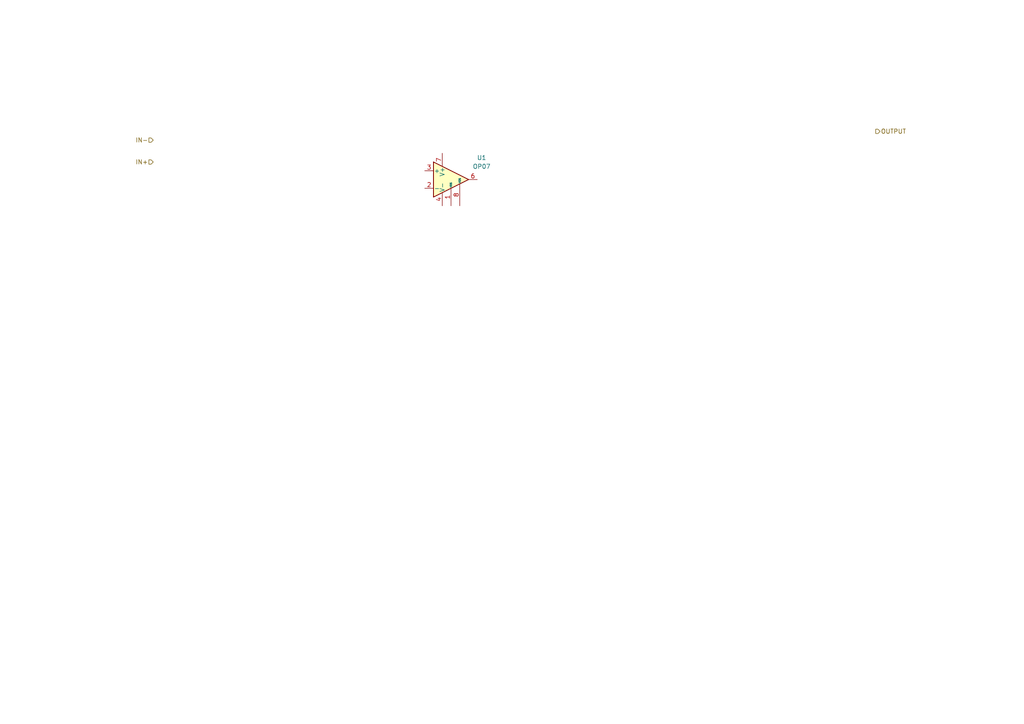
<source format=kicad_sch>
(kicad_sch
	(version 20231120)
	(generator "eeschema")
	(generator_version "8.0")
	(uuid "36d7c41e-fd27-48ff-b4c9-66813c58c8a3")
	(paper "A4")
	(lib_symbols
		(symbol "Amplifier_Operational:OP07"
			(pin_names
				(offset 0.127)
			)
			(exclude_from_sim no)
			(in_bom yes)
			(on_board yes)
			(property "Reference" "U"
				(at 1.27 6.35 0)
				(effects
					(font
						(size 1.27 1.27)
					)
					(justify left)
				)
			)
			(property "Value" "OP07"
				(at 1.27 3.81 0)
				(effects
					(font
						(size 1.27 1.27)
					)
					(justify left)
				)
			)
			(property "Footprint" ""
				(at 1.27 1.27 0)
				(effects
					(font
						(size 1.27 1.27)
					)
					(hide yes)
				)
			)
			(property "Datasheet" "https://www.analog.com/media/en/technical-documentation/data-sheets/OP07.pdf"
				(at 1.27 3.81 0)
				(effects
					(font
						(size 1.27 1.27)
					)
					(hide yes)
				)
			)
			(property "Description" "Single Ultra-Low Offset Voltage Operational Amplifier, DIP-8/SOIC-8"
				(at 0 0 0)
				(effects
					(font
						(size 1.27 1.27)
					)
					(hide yes)
				)
			)
			(property "ki_keywords" "single opamp"
				(at 0 0 0)
				(effects
					(font
						(size 1.27 1.27)
					)
					(hide yes)
				)
			)
			(property "ki_fp_filters" "DIP*W7.62mm* SOIC*3.9x4.9mm*P1.27mm* TO*99*"
				(at 0 0 0)
				(effects
					(font
						(size 1.27 1.27)
					)
					(hide yes)
				)
			)
			(symbol "OP07_0_1"
				(polyline
					(pts
						(xy -5.08 5.08) (xy 5.08 0) (xy -5.08 -5.08) (xy -5.08 5.08)
					)
					(stroke
						(width 0.254)
						(type default)
					)
					(fill
						(type background)
					)
				)
			)
			(symbol "OP07_1_1"
				(pin input line
					(at 0 -7.62 90)
					(length 5.08)
					(name "VOS"
						(effects
							(font
								(size 0.508 0.508)
							)
						)
					)
					(number "1"
						(effects
							(font
								(size 1.27 1.27)
							)
						)
					)
				)
				(pin input line
					(at -7.62 -2.54 0)
					(length 2.54)
					(name "-"
						(effects
							(font
								(size 1.27 1.27)
							)
						)
					)
					(number "2"
						(effects
							(font
								(size 1.27 1.27)
							)
						)
					)
				)
				(pin input line
					(at -7.62 2.54 0)
					(length 2.54)
					(name "+"
						(effects
							(font
								(size 1.27 1.27)
							)
						)
					)
					(number "3"
						(effects
							(font
								(size 1.27 1.27)
							)
						)
					)
				)
				(pin power_in line
					(at -2.54 -7.62 90)
					(length 3.81)
					(name "V-"
						(effects
							(font
								(size 1.27 1.27)
							)
						)
					)
					(number "4"
						(effects
							(font
								(size 1.27 1.27)
							)
						)
					)
				)
				(pin no_connect line
					(at 0 2.54 270)
					(length 2.54) hide
					(name "NC"
						(effects
							(font
								(size 1.27 1.27)
							)
						)
					)
					(number "5"
						(effects
							(font
								(size 1.27 1.27)
							)
						)
					)
				)
				(pin output line
					(at 7.62 0 180)
					(length 2.54)
					(name "~"
						(effects
							(font
								(size 1.27 1.27)
							)
						)
					)
					(number "6"
						(effects
							(font
								(size 1.27 1.27)
							)
						)
					)
				)
				(pin power_in line
					(at -2.54 7.62 270)
					(length 3.81)
					(name "V+"
						(effects
							(font
								(size 1.27 1.27)
							)
						)
					)
					(number "7"
						(effects
							(font
								(size 1.27 1.27)
							)
						)
					)
				)
				(pin input line
					(at 2.54 -7.62 90)
					(length 6.35)
					(name "VOS"
						(effects
							(font
								(size 0.508 0.508)
							)
						)
					)
					(number "8"
						(effects
							(font
								(size 1.27 1.27)
							)
						)
					)
				)
			)
		)
	)
	(hierarchical_label "OUTPUT"
		(shape output)
		(at 254 38.1 0)
		(fields_autoplaced yes)
		(effects
			(font
				(size 1.27 1.27)
			)
			(justify left)
		)
		(uuid "39062155-2e22-409f-98bb-c298faebcca4")
	)
	(hierarchical_label "IN-"
		(shape input)
		(at 44.45 40.64 180)
		(fields_autoplaced yes)
		(effects
			(font
				(size 1.27 1.27)
			)
			(justify right)
		)
		(uuid "57984a4d-78f4-4fea-b00e-daeeb77c1f88")
	)
	(hierarchical_label "IN+"
		(shape input)
		(at 44.45 46.99 180)
		(fields_autoplaced yes)
		(effects
			(font
				(size 1.27 1.27)
			)
			(justify right)
		)
		(uuid "dc07dff5-796b-49eb-82bd-1b4911588c1c")
	)
	(symbol
		(lib_id "Amplifier_Operational:OP07")
		(at 130.81 52.07 0)
		(unit 1)
		(exclude_from_sim no)
		(in_bom yes)
		(on_board yes)
		(dnp no)
		(fields_autoplaced yes)
		(uuid "2a6e440b-bac0-4460-a047-0fe07866b388")
		(property "Reference" "U1"
			(at 139.7 45.7514 0)
			(effects
				(font
					(size 1.27 1.27)
				)
			)
		)
		(property "Value" "OP07"
			(at 139.7 48.2914 0)
			(effects
				(font
					(size 1.27 1.27)
				)
			)
		)
		(property "Footprint" "Package_SO:SOIC-8-1EP_3.9x4.9mm_P1.27mm_EP2.29x3mm"
			(at 132.08 50.8 0)
			(effects
				(font
					(size 1.27 1.27)
				)
				(hide yes)
			)
		)
		(property "Datasheet" "https://www.analog.com/media/en/technical-documentation/data-sheets/OP07.pdf"
			(at 132.08 48.26 0)
			(effects
				(font
					(size 1.27 1.27)
				)
				(hide yes)
			)
		)
		(property "Description" "Single Ultra-Low Offset Voltage Operational Amplifier, DIP-8/SOIC-8"
			(at 130.81 52.07 0)
			(effects
				(font
					(size 1.27 1.27)
				)
				(hide yes)
			)
		)
		(pin "4"
			(uuid "1f12f2ab-f708-4861-bf47-b170c8b48e81")
		)
		(pin "2"
			(uuid "aa1c7100-3206-41c3-95a0-0e36e3aac5a9")
		)
		(pin "8"
			(uuid "a724a5f0-1a58-4c18-84b6-6bc6529767dc")
		)
		(pin "5"
			(uuid "b861ae56-7aca-480a-8dde-de7da3b21261")
		)
		(pin "7"
			(uuid "65057e5e-b9ba-4f79-95f6-080f2653d832")
		)
		(pin "6"
			(uuid "d81e1404-3baf-44ef-ac27-902fb5f4bb0d")
		)
		(pin "3"
			(uuid "359f506c-f3ad-4f69-8425-0ab87baed4a6")
		)
		(pin "1"
			(uuid "8d34165a-d9c0-4741-bf0d-0870497c27a2")
		)
		(instances
			(project ""
				(path "/1df8730d-08fe-45e0-ad7a-188e7e19f35e/8fce75f2-7c34-4eab-958e-08935c314f67"
					(reference "U1")
					(unit 1)
				)
			)
		)
	)
)

</source>
